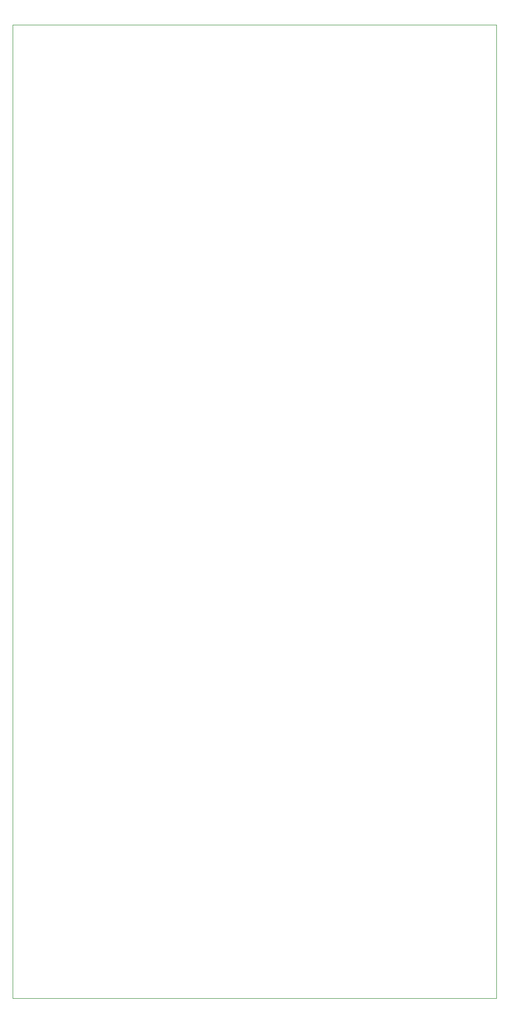
<source format=gm1>
G04 #@! TF.GenerationSoftware,KiCad,Pcbnew,6.0.5-a6ca702e91~116~ubuntu20.04.1*
G04 #@! TF.CreationDate,2022-06-23T15:41:41-04:00*
G04 #@! TF.ProjectId,sidekickvco_b1,73696465-6b69-4636-9b76-636f5f62312e,rev?*
G04 #@! TF.SameCoordinates,Original*
G04 #@! TF.FileFunction,Profile,NP*
%FSLAX46Y46*%
G04 Gerber Fmt 4.6, Leading zero omitted, Abs format (unit mm)*
G04 Created by KiCad (PCBNEW 6.0.5-a6ca702e91~116~ubuntu20.04.1) date 2022-06-23 15:41:41*
%MOMM*%
%LPD*%
G01*
G04 APERTURE LIST*
G04 #@! TA.AperFunction,Profile*
%ADD10C,0.100000*%
G04 #@! TD*
G04 APERTURE END LIST*
D10*
X190500471Y-181500881D02*
X109499118Y-181500471D01*
X109499118Y-181500471D02*
X109499000Y-18500000D01*
X109499000Y-18500000D02*
X190500881Y-18499528D01*
X190500881Y-18499528D02*
X190500471Y-181500881D01*
M02*

</source>
